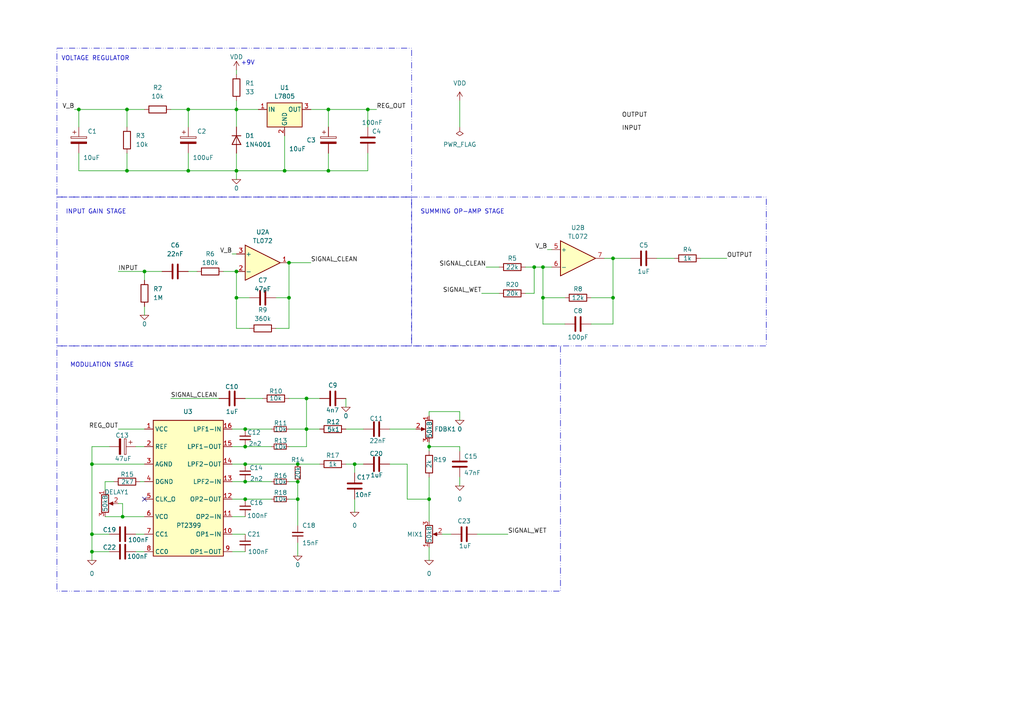
<source format=kicad_sch>
(kicad_sch (version 20230121) (generator eeschema)
  (paper "A4")
  (title_block (title "Delay guitar effect") (date "2023-11-05") (rev "1") (comment 1 "Dawid Stawiszyński") (comment 2 "Przemko Wawrzyniak"))
  (lib_symbols
    (symbol "Amplifier_Operational:TL072" (pin_names (offset 0.127))
      (property "Reference" "U" (at 0 5.08 0))
      (property "Value" "TL072" (at 0 -5.08 0))
      (symbol "TL072_1_1"
        (polyline (pts (xy -5.08 5.08) (xy 5.08 0) (xy -5.08 -5.08) (xy -5.08 5.08)) (stroke (width 0.254)) (fill (type background)))
        (pin output line (at 7.62 0 180) (length 2.54) (name "~") (number "1"))
        (pin input line (at -7.62 -2.54 0) (length 2.54) (name "-") (number "2"))
        (pin input line (at -7.62 2.54 0) (length 2.54) (name "+") (number "3"))
      )
      (symbol "TL072_2_1"
        (polyline (pts (xy -5.08 5.08) (xy 5.08 0) (xy -5.08 -5.08) (xy -5.08 5.08)) (stroke (width 0.254)) (fill (type background)))
        (pin input line (at -7.62 2.54 0) (length 2.54) (name "+") (number "5"))
        (pin input line (at -7.62 -2.54 0) (length 2.54) (name "-") (number "6"))
        (pin output line (at 7.62 0 180) (length 2.54) (name "~") (number "7"))
      )
      (symbol "TL072_3_1"
        (pin power_in line (at -2.54 -7.62 90) (length 3.81) (name "V-") (number "4"))
        (pin power_in line (at -2.54 7.62 270) (length 3.81) (name "V+") (number "8"))
      )
    )
    (symbol "Audio:PT2399"
      (property "Reference" "U3" (at 1.27 -16.51 90))
      (property "Value" "PT2399" (at -1.27 -16.51 90))
      (symbol "PT2399_0_1"
        (rectangle (start -10.16 20.32) (end 10.16 -19.05) (stroke (width 0.254)) (fill (type background)))
      )
      (symbol "PT2399_1_1"
        (pin power_in line (at -12.7 17.78 0) (length 2.54) (name "VCC") (number "1"))
        (pin input line (at 12.7 -12.7 180) (length 2.54) (name "OP1-IN") (number "10"))
        (pin input line (at 12.7 -7.62 180) (length 2.54) (name "OP2-IN") (number "11"))
        (pin output line (at 12.7 -2.54 180) (length 2.54) (name "OP2-OUT") (number "12"))
        (pin input line (at 12.7 2.54 180) (length 2.54) (name "LPF2-IN") (number "13"))
        (pin output line (at 12.7 7.62 180) (length 2.54) (name "LPF2-OUT") (number "14"))
        (pin output line (at 12.7 12.7 180) (length 2.54) (name "LPF1-OUT") (number "15"))
        (pin input line (at 12.7 17.78 180) (length 2.54) (name "LPF1-IN") (number "16"))
        (pin passive line (at -12.7 12.7 0) (length 2.54) (name "REF") (number "2"))
        (pin power_in line (at -12.7 7.62 0) (length 2.54) (name "AGND") (number "3"))
        (pin power_in line (at -12.7 2.54 0) (length 2.54) (name "DGND") (number "4"))
        (pin passive line (at -12.7 -2.54 0) (length 2.54) (name "CLK_O") (number "5"))
        (pin passive line (at -12.7 -7.62 0) (length 2.54) (name "VCO") (number "6"))
        (pin passive line (at -12.7 -12.7 0) (length 2.54) (name "CC1") (number "7"))
        (pin passive line (at -12.7 -17.78 0) (length 2.54) (name "CC0") (number "8"))
        (pin output line (at 12.7 -17.78 180) (length 2.54) (name "OP1-OUT") (number "9"))
      )
    )
    (symbol "Device:C" (pin_numbers hide) (pin_names (offset 0.254))
      (property "Reference" "C" (at 0.635 2.54 0))
      (property "Value" "C" (at 0.635 -2.54 0))
      (symbol "C_0_1"
        (polyline (pts (xy -2.032 -0.762) (xy 2.032 -0.762)) (stroke (width 0.508)))
        (polyline (pts (xy -2.032 0.762) (xy 2.032 0.762)) (stroke (width 0.508)))
      )
      (symbol "C_1_1"
        (pin passive line (at 0 3.81 270) (length 2.794) (name "~") (number "1"))
        (pin passive line (at 0 -3.81 90) (length 2.794) (name "~") (number "2"))
      )
    )
    (symbol "Device:C_Polarized" (pin_numbers hide) (pin_names (offset 0.254))
      (property "Reference" "C" (at 0.635 2.54 0))
      (property "Value" "C_Polarized" (at 0.635 -2.54 0))
      (symbol "C_Polarized_0_1"
        (rectangle (start -2.286 0.508) (end 2.286 1.016))
        (polyline (pts (xy -1.778 2.286) (xy -0.762 2.286)))
        (polyline (pts (xy -1.27 2.794) (xy -1.27 1.778)))
        (rectangle (start 2.286 -0.508) (end -2.286 -1.016) (fill (type outline)))
      )
      (symbol "C_Polarized_1_1"
        (pin passive line (at 0 3.81 270) (length 2.794) (name "~") (number "1"))
        (pin passive line (at 0 -3.81 90) (length 2.794) (name "~") (number "2"))
      )
    )
    (symbol "Device:C_Small" (pin_numbers hide) (pin_names (offset 0.254) hide)
      (property "Reference" "C" (at 0.254 1.778 0))
      (property "Value" "C_Small" (at 0.254 -2.032 0))
      (symbol "C_Small_0_1"
        (polyline (pts (xy -1.524 -0.508) (xy 1.524 -0.508)) (stroke (width 0.3302)))
        (polyline (pts (xy -1.524 0.508) (xy 1.524 0.508)) (stroke (width 0.3048)))
      )
      (symbol "C_Small_1_1"
        (pin passive line (at 0 2.54 270) (length 2.032) (name "~") (number "1"))
        (pin passive line (at 0 -2.54 90) (length 2.032) (name "~") (number "2"))
      )
    )
    (symbol "Device:R" (pin_numbers hide) (pin_names (offset 0))
      (property "Reference" "R" (at 2.032 0 90))
      (property "Value" "R" (at 0 0 90))
      (symbol "R_0_1"
        (rectangle (start -1.016 -2.54) (end 1.016 2.54) (stroke (width 0.254)))
      )
      (symbol "R_1_1"
        (pin passive line (at 0 3.81 270) (length 1.27) (name "~") (number "1"))
        (pin passive line (at 0 -3.81 90) (length 1.27) (name "~") (number "2"))
      )
    )
    (symbol "Device:R_Potentiometer" (pin_names (offset 1.016) hide)
      (property "Reference" "RV" (at -4.445 0 90))
      (property "Value" "R_Potentiometer" (at -2.54 0 90))
      (symbol "R_Potentiometer_0_1"
        (polyline (pts (xy 2.54 0) (xy 1.524 0)))
        (polyline (pts (xy 1.143 0) (xy 2.286 0.508) (xy 2.286 -0.508) (xy 1.143 0)) (fill (type outline)))
        (rectangle (start 1.016 2.54) (end -1.016 -2.54) (stroke (width 0.254)))
      )
      (symbol "R_Potentiometer_1_1"
        (pin passive line (at 0 3.81 270) (length 1.27) (name "1") (number "1"))
        (pin passive line (at 3.81 0 180) (length 1.27) (name "2") (number "2"))
        (pin passive line (at 0 -3.81 90) (length 1.27) (name "3") (number "3"))
      )
    )
    (symbol "Device:R_Small" (pin_numbers hide) (pin_names (offset 0.254) hide)
      (property "Reference" "R" (at 0.762 0.508 0))
      (property "Value" "R_Small" (at 0.762 -1.016 0))
      (symbol "R_Small_0_1"
        (rectangle (start -0.762 1.778) (end 0.762 -1.778) (stroke (width 0.2032)))
      )
      (symbol "R_Small_1_1"
        (pin passive line (at 0 2.54 270) (length 0.762) (name "~") (number "1"))
        (pin passive line (at 0 -2.54 90) (length 0.762) (name "~") (number "2"))
      )
    )
    (symbol "Diode:1N4001" (pin_numbers hide) (pin_names hide)
      (property "Reference" "D" (at 0 2.54 0))
      (property "Value" "1N4001" (at 0 -2.54 0))
      (symbol "1N4001_0_1"
        (polyline (pts (xy -1.27 1.27) (xy -1.27 -1.27)) (stroke (width 0.254)))
        (polyline (pts (xy 1.27 0) (xy -1.27 0)))
        (polyline (pts (xy 1.27 1.27) (xy 1.27 -1.27) (xy -1.27 0) (xy 1.27 1.27)) (stroke (width 0.254)))
      )
      (symbol "1N4001_1_1"
        (pin passive line (at -3.81 0 0) (length 2.54) (name "K") (number "1"))
        (pin passive line (at 3.81 0 180) (length 2.54) (name "A") (number "2"))
      )
    )
    (symbol "Regulator_Linear:L7805" (pin_names (offset 0.254))
      (property "Reference" "U" (at -3.81 3.175 0))
      (property "Value" "L7805" (at 0 3.175 0))
      (symbol "L7805_0_1"
        (rectangle (start -5.08 1.905) (end 5.08 -5.08) (stroke (width 0.254)) (fill (type background)))
      )
      (symbol "L7805_1_1"
        (pin power_in line (at -7.62 0 0) (length 2.54) (name "IN") (number "1"))
        (pin power_in line (at 0 -7.62 90) (length 2.54) (name "GND") (number "2"))
        (pin power_out line (at 7.62 0 180) (length 2.54) (name "OUT") (number "3"))
      )
    )
    (symbol "Simulation_SPICE:0" (power) (pin_names (offset 0))
      (property "Value" "0" (at 0 -1.778 0))
      (symbol "0_0_1"
        (polyline (pts (xy -1.27 0) (xy 0 -1.27) (xy 1.27 0) (xy -1.27 0)))
      )
      (symbol "0_1_1"
        (pin power_in line (at 0 0 0) (length 0) hide (name "0") (number "1"))
      )
    )
    (symbol "power:PWR_FLAG" (power) (pin_numbers hide) (pin_names (offset 0) hide)
      (property "Value" "PWR_FLAG" (at 0 3.81 0))
      (symbol "PWR_FLAG_0_0"
        (pin power_out line (at 0 0 90) (length 0) (name "pwr") (number "1"))
      )
      (symbol "PWR_FLAG_0_1"
        (polyline (pts (xy 0 0) (xy 0 1.27) (xy -1.016 1.905) (xy 0 2.54) (xy 1.016 1.905) (xy 0 1.27)))
      )
    )
    (symbol "power:VDD" (power) (pin_names (offset 0))
      (property "Value" "VDD" (at 0 3.81 0))
      (symbol "VDD_0_1"
        (polyline (pts (xy -0.762 1.27) (xy 0 2.54)))
        (polyline (pts (xy 0 0) (xy 0 2.54)))
        (polyline (pts (xy 0 2.54) (xy 0.762 1.27)))
      )
      (symbol "VDD_1_1"
        (pin power_in line (at 0 0 90) (length 0) hide (name "VDD") (number "1"))
      )
    )
  )
  (junction (at 54.61 49.53))
  (junction (at 95.25 49.53))
  (junction (at 86.36 144.78))
  (junction (at 26.67 134.62))
  (junction (at 68.58 31.75))
  (junction (at 157.48 77.47))
  (junction (at 68.58 86.36))
  (junction (at 83.82 76.2))
  (junction (at 36.83 31.75))
  (junction (at 86.36 139.7))
  (junction (at 71.12 144.78))
  (junction (at 71.12 134.62))
  (junction (at 83.82 86.36))
  (junction (at 177.8 74.93))
  (junction (at 68.58 49.53))
  (junction (at 88.9 115.57))
  (junction (at 86.36 134.62))
  (junction (at 35.56 149.86))
  (junction (at 154.94 77.47))
  (junction (at 88.9 124.46))
  (junction (at 26.67 160.02))
  (junction (at 124.46 129.54))
  (junction (at 71.12 124.46))
  (junction (at 82.55 49.53))
  (junction (at 157.48 86.36))
  (junction (at 68.58 78.74))
  (junction (at 95.25 31.75))
  (junction (at 102.87 134.62))
  (junction (at 26.67 154.94))
  (junction (at 177.8 86.36))
  (junction (at 124.46 144.78))
  (junction (at 71.12 129.54))
  (junction (at 54.61 31.75))
  (junction (at 41.91 78.74))
  (junction (at 36.83 49.53))
  (junction (at 22.86 31.75))
  (junction (at 71.12 139.7))
  (junction (at 106.68 31.75))
  (no_connect (at 41.91 144.78))
  (wire (pts (xy 92.71 124.46) (xy 88.9 124.46)))
  (wire (pts (xy 26.67 160.02) (xy 26.67 154.94)))
  (wire (pts (xy 68.58 95.25) (xy 72.39 95.25)))
  (wire (pts (xy 83.82 76.2) (xy 90.17 76.2)))
  (wire (pts (xy 177.8 86.36) (xy 177.8 74.93)))
  (wire (pts (xy 71.12 139.7) (xy 67.31 139.7)))
  (wire (pts (xy 71.12 144.78) (xy 67.31 144.78)))
  (wire (pts (xy 138.43 154.94) (xy 147.32 154.94)))
  (wire (pts (xy 171.45 86.36) (xy 177.8 86.36)))
  (wire (pts (xy 31.75 154.94) (xy 26.67 154.94)))
  (wire (pts (xy 22.86 31.75) (xy 36.83 31.75)))
  (wire (pts (xy 158.75 72.39) (xy 160.02 72.39)))
  (wire (pts (xy 203.2 74.93) (xy 210.82 74.93)))
  (wire (pts (xy 190.5 74.93) (xy 195.58 74.93)))
  (wire (pts (xy 83.82 144.78) (xy 86.36 144.78)))
  (wire (pts (xy 68.58 49.53) (xy 68.58 52.07)))
  (wire (pts (xy 88.9 124.46) (xy 88.9 115.57)))
  (wire (pts (xy 152.4 77.47) (xy 154.94 77.47)))
  (wire (pts (xy 133.35 130.81) (xy 133.35 129.54)))
  (wire (pts (xy 68.58 49.53) (xy 82.55 49.53)))
  (wire (pts (xy 124.46 129.54) (xy 124.46 130.81)))
  (wire (pts (xy 41.91 88.9) (xy 41.91 91.44)))
  (wire (pts (xy 34.29 78.74) (xy 41.91 78.74)))
  (wire (pts (xy 118.11 144.78) (xy 124.46 144.78)))
  (wire (pts (xy 54.61 44.45) (xy 54.61 49.53)))
  (wire (pts (xy 22.86 49.53) (xy 22.86 44.45)))
  (wire (pts (xy 80.01 95.25) (xy 83.82 95.25)))
  (wire (pts (xy 95.25 36.83) (xy 95.25 31.75)))
  (wire (pts (xy 124.46 128.27) (xy 124.46 129.54)))
  (wire (pts (xy 26.67 160.02) (xy 26.67 162.56)))
  (wire (pts (xy 106.68 44.45) (xy 106.68 49.53)))
  (wire (pts (xy 88.9 115.57) (xy 83.82 115.57)))
  (wire (pts (xy 22.86 31.75) (xy 22.86 36.83)))
  (wire (pts (xy 100.33 115.57) (xy 100.33 118.11)))
  (wire (pts (xy 41.91 78.74) (xy 46.99 78.74)))
  (wire (pts (xy 88.9 129.54) (xy 88.9 124.46)))
  (wire (pts (xy 78.74 124.46) (xy 71.12 124.46)))
  (wire (pts (xy 154.94 77.47) (xy 157.48 77.47)))
  (wire (pts (xy 80.01 86.36) (xy 83.82 86.36)))
  (wire (pts (xy 157.48 86.36) (xy 157.48 93.98)))
  (wire (pts (xy 88.9 124.46) (xy 83.82 124.46)))
  (wire (pts (xy 133.35 138.43) (xy 133.35 140.97)))
  (wire (pts (xy 78.74 144.78) (xy 71.12 144.78)))
  (wire (pts (xy 64.77 78.74) (xy 68.58 78.74)))
  (wire (pts (xy 100.33 134.62) (xy 102.87 134.62)))
  (wire (pts (xy 86.36 144.78) (xy 86.36 152.4)))
  (wire (pts (xy 86.36 139.7) (xy 83.82 139.7)))
  (wire (pts (xy 34.29 146.05) (xy 35.56 146.05)))
  (wire (pts (xy 36.83 49.53) (xy 54.61 49.53)))
  (wire (pts (xy 124.46 129.54) (xy 133.35 129.54)))
  (wire (pts (xy 83.82 86.36) (xy 83.82 95.25)))
  (wire (pts (xy 78.74 139.7) (xy 71.12 139.7)))
  (wire (pts (xy 41.91 129.54) (xy 39.37 129.54)))
  (wire (pts (xy 157.48 86.36) (xy 163.83 86.36)))
  (wire (pts (xy 68.58 78.74) (xy 68.58 86.36)))
  (wire (pts (xy 86.36 157.48) (xy 86.36 161.29)))
  (wire (pts (xy 102.87 134.62) (xy 105.41 134.62)))
  (wire (pts (xy 124.46 138.43) (xy 124.46 144.78)))
  (wire (pts (xy 157.48 93.98) (xy 163.83 93.98)))
  (wire (pts (xy 54.61 31.75) (xy 68.58 31.75)))
  (wire (pts (xy 54.61 36.83) (xy 54.61 31.75)))
  (wire (pts (xy 30.48 139.7) (xy 30.48 142.24)))
  (wire (pts (xy 152.4 85.09) (xy 154.94 85.09)))
  (wire (pts (xy 71.12 115.57) (xy 76.2 115.57)))
  (wire (pts (xy 124.46 158.75) (xy 124.46 162.56)))
  (wire (pts (xy 71.12 129.54) (xy 67.31 129.54)))
  (wire (pts (xy 113.03 124.46) (xy 120.65 124.46)))
  (wire (pts (xy 82.55 39.37) (xy 82.55 49.53)))
  (wire (pts (xy 41.91 149.86) (xy 35.56 149.86)))
  (wire (pts (xy 22.86 49.53) (xy 36.83 49.53)))
  (wire (pts (xy 71.12 160.02) (xy 67.31 160.02)))
  (wire (pts (xy 106.68 31.75) (xy 109.22 31.75)))
  (wire (pts (xy 49.53 115.57) (xy 63.5 115.57)))
  (wire (pts (xy 133.35 119.38) (xy 133.35 121.92)))
  (wire (pts (xy 68.58 29.21) (xy 68.58 31.75)))
  (wire (pts (xy 71.12 124.46) (xy 67.31 124.46)))
  (wire (pts (xy 128.27 154.94) (xy 130.81 154.94)))
  (wire (pts (xy 124.46 119.38) (xy 133.35 119.38)))
  (wire (pts (xy 139.7 85.09) (xy 144.78 85.09)))
  (wire (pts (xy 106.68 36.83) (xy 106.68 31.75)))
  (wire (pts (xy 68.58 31.75) (xy 68.58 36.83)))
  (wire (pts (xy 41.91 81.28) (xy 41.91 78.74)))
  (wire (pts (xy 177.8 74.93) (xy 182.88 74.93)))
  (wire (pts (xy 86.36 134.62) (xy 71.12 134.62)))
  (wire (pts (xy 54.61 49.53) (xy 68.58 49.53)))
  (wire (pts (xy 82.55 49.53) (xy 95.25 49.53)))
  (wire (pts (xy 26.67 134.62) (xy 26.67 129.54)))
  (wire (pts (xy 102.87 134.62) (xy 102.87 137.16)))
  (wire (pts (xy 36.83 31.75) (xy 36.83 36.83)))
  (wire (pts (xy 49.53 31.75) (xy 54.61 31.75)))
  (wire (pts (xy 68.58 44.45) (xy 68.58 49.53)))
  (wire (pts (xy 31.75 129.54) (xy 26.67 129.54)))
  (wire (pts (xy 124.46 144.78) (xy 124.46 151.13)))
  (wire (pts (xy 67.31 73.66) (xy 68.58 73.66)))
  (wire (pts (xy 78.74 129.54) (xy 71.12 129.54)))
  (wire (pts (xy 95.25 31.75) (xy 106.68 31.75)))
  (wire (pts (xy 71.12 154.94) (xy 67.31 154.94)))
  (wire (pts (xy 41.91 139.7) (xy 40.64 139.7)))
  (wire (pts (xy 92.71 134.62) (xy 86.36 134.62)))
  (wire (pts (xy 90.17 31.75) (xy 95.25 31.75)))
  (wire (pts (xy 118.11 134.62) (xy 118.11 144.78)))
  (wire (pts (xy 35.56 149.86) (xy 30.48 149.86)))
  (wire (pts (xy 33.02 139.7) (xy 30.48 139.7)))
  (wire (pts (xy 177.8 74.93) (xy 175.26 74.93)))
  (wire (pts (xy 105.41 124.46) (xy 100.33 124.46)))
  (wire (pts (xy 140.97 77.47) (xy 144.78 77.47)))
  (wire (pts (xy 177.8 93.98) (xy 177.8 86.36)))
  (wire (pts (xy 68.58 86.36) (xy 68.58 95.25)))
  (wire (pts (xy 171.45 93.98) (xy 177.8 93.98)))
  (wire (pts (xy 157.48 77.47) (xy 157.48 86.36)))
  (wire (pts (xy 118.11 134.62) (xy 113.03 134.62)))
  (wire (pts (xy 154.94 85.09) (xy 154.94 77.47)))
  (wire (pts (xy 68.58 20.32) (xy 68.58 21.59)))
  (wire (pts (xy 86.36 139.7) (xy 86.36 144.78)))
  (wire (pts (xy 83.82 86.36) (xy 83.82 76.2)))
  (wire (pts (xy 95.25 44.45) (xy 95.25 49.53)))
  (wire (pts (xy 102.87 144.78) (xy 102.87 148.59)))
  (wire (pts (xy 124.46 120.65) (xy 124.46 119.38)))
  (wire (pts (xy 106.68 49.53) (xy 95.25 49.53)))
  (wire (pts (xy 157.48 77.47) (xy 160.02 77.47)))
  (wire (pts (xy 71.12 149.86) (xy 67.31 149.86)))
  (wire (pts (xy 31.75 160.02) (xy 26.67 160.02)))
  (wire (pts (xy 133.35 29.21) (xy 133.35 36.83)))
  (wire (pts (xy 68.58 86.36) (xy 72.39 86.36)))
  (wire (pts (xy 36.83 44.45) (xy 36.83 49.53)))
  (wire (pts (xy 68.58 31.75) (xy 74.93 31.75)))
  (wire (pts (xy 35.56 146.05) (xy 35.56 149.86)))
  (wire (pts (xy 41.91 154.94) (xy 39.37 154.94)))
  (wire (pts (xy 83.82 129.54) (xy 88.9 129.54)))
  (wire (pts (xy 92.71 115.57) (xy 88.9 115.57)))
  (wire (pts (xy 41.91 160.02) (xy 39.37 160.02)))
  (wire (pts (xy 41.91 134.62) (xy 26.67 134.62)))
  (wire (pts (xy 26.67 134.62) (xy 26.67 154.94)))
  (wire (pts (xy 21.59 31.75) (xy 22.86 31.75)))
  (wire (pts (xy 34.29 124.46) (xy 41.91 124.46)))
  (wire (pts (xy 71.12 134.62) (xy 67.31 134.62)))
  (wire (pts (xy 36.83 31.75) (xy 41.91 31.75)))
  (wire (pts (xy 54.61 78.74) (xy 57.15 78.74)))
  (rectangle (start 16.51 100.33) (end 162.56 171.45) (stroke (width 0) (type dash_dot_dot)))
  (rectangle (start 16.51 57.15) (end 119.38 100.33) (stroke (width 0) (type dash_dot_dot)))
  (rectangle (start 16.51 13.97) (end 119.38 57.15) (stroke (width 0) (type dash_dot_dot)))
  (rectangle (start 119.38 57.15) (end 222.25 100.33) (stroke (width 0) (type dash_dot_dot)))
  (text "MODULATION STAGE" (at 20.32 106.68 0) (effects (font (size 1.27 1.27)) (justify left bottom)))
  (text "SUMMING OP-AMP STAGE" (at 121.92 62.23 0) (effects (font (size 1.27 1.27)) (justify left bottom)))
  (text "INPUT GAIN STAGE" (at 19.05 62.23 0) (effects (font (size 1.27 1.27)) (justify left bottom)))
  (text "VOLTAGE REGULATOR" (at 17.78 17.78 0) (effects (font (size 1.27 1.27)) (justify left bottom)))
  (text "+9V" (at 69.85 19.05 0) (effects (font (size 1.27 1.27)) (justify left bottom)))
  (label "REG_OUT" (at 109.22 31.75 0))
  (label "V_B" (at 158.75 72.39 180))
  (label "INPUT" (at 34.29 78.74 0))
  (label "SIGNAL_CLEAN" (at 49.53 115.57 0))
  (label "OUTPUT" (at 180.34 34.29 0))
  (label "SIGNAL_WET" (at 147.32 154.94 0))
  (label "SIGNAL_CLEAN" (at 90.17 76.2 0))
  (label "V_B" (at 21.59 31.75 180))
  (label "INPUT" (at 180.34 38.1 0))
  (label "OUTPUT" (at 210.82 74.93 0))
  (label "SIGNAL_WET" (at 139.7 85.09 180))
  (label "SIGNAL_CLEAN" (at 140.97 77.47 180))
  (label "REG_OUT" (at 34.29 124.46 180))
  (label "V_B" (at 67.31 73.66 180))
  (symbol (lib_id "Simulation_SPICE:0") (at 68.58 52.07 0) (unit 1)
    (property "Reference" "#GND01" (effects hide))
    (property "Value" "0" (at 68.58 54.61 0))
  )
  (symbol (lib_id "Device:C_Polarized") (at 95.25 40.64 0) (unit 1)
    (property "Reference" "C3" (at 88.9 40.64 0) (effects (justify left)))
    (property "Value" "10uF" (at 83.82 43.18 0) (effects (justify left)))
  )
  (symbol (lib_id "Device:C") (at 109.22 124.46 90) (unit 1)
    (property "Reference" "C11" (at 109.1595 121.3914 90))
    (property "Value" "22nF" (at 109.5529 127.8604 90))
  )
  (symbol (lib_id "Device:C") (at 133.35 134.62 0) (unit 1)
    (property "Reference" "C15" (at 136.537 132.37 0))
    (property "Value" "47nF" (at 136.9948 137.156 0))
  )
  (symbol (lib_id "Simulation_SPICE:0") (at 41.91 91.44 0) (unit 1)
    (property "Reference" "#GND02" (effects hide))
    (property "Value" "0" (at 41.91 93.98 0))
  )
  (symbol (lib_id "Device:R_Small") (at 81.28 144.78 270) (unit 1)
    (property "Reference" "R18" (at 79.4019 142.8774 90) (effects (justify left)))
    (property "Value" "10k" (at 79.5267 144.7502 90) (effects (justify left)))
  )
  (symbol (lib_id "Regulator_Linear:L7805") (at 82.55 31.75 0) (unit 1)
    (property "Reference" "U1" (at 82.55 25.4 0))
    (property "Value" "L7805" (at 82.55 27.94 0))
    (property "Datasheet" "http://www.st.com/content/ccc/resource/technical/document/datasheet/41/4f/b3/b0/12/d4/47/88/CD00000444.pdf/files/CD00000444.pdf/jcr:content/translations/en.CD00000444.pdf" (effects hide))
  )
  (symbol (lib_id "Device:R_Small") (at 81.28 139.7 270) (unit 1)
    (property "Reference" "R16" (at 79.4019 137.9665 90) (effects (justify left)))
    (property "Value" "10k" (at 79.5267 139.7561 90) (effects (justify left)))
  )
  (symbol (lib_id "Device:R") (at 45.72 31.75 90) (unit 1)
    (property "Reference" "R2" (at 45.72 25.4 90))
    (property "Value" "10k" (at 45.72 27.94 90))
  )
  (symbol (lib_id "Device:R") (at 148.59 77.47 90) (unit 1)
    (property "Reference" "R5" (at 148.59 74.93 90))
    (property "Value" "22k" (at 148.59 77.47 90))
  )
  (symbol (lib_id "Device:C") (at 35.56 160.02 270) (unit 1)
    (property "Reference" "C22" (at 31.75 158.75 90))
    (property "Value" "100nF" (at 39.8992 161.4009 90))
  )
  (symbol (lib_id "Device:R") (at 36.83 139.7 90) (unit 1)
    (property "Reference" "R15" (at 34.9304 137.5976 90) (effects (justify right)))
    (property "Value" "2k7" (at 35.1425 139.7565 90) (effects (justify right)))
  )
  (symbol (lib_id "Device:R") (at 124.46 134.62 0) (unit 1)
    (property "Reference" "R19" (at 129.54 133.35 0) (effects (justify right)))
    (property "Value" "2k" (at 124.46 133.35 90) (effects (justify right)))
  )
  (symbol (lib_id "Device:R") (at 76.2 95.25 90) (unit 1)
    (property "Reference" "R9" (at 76.2 89.8936 90))
    (property "Value" "360k" (at 76.2 92.4336 90))
  )
  (symbol (lib_id "Audio:PT2399") (at 54.61 142.24 0) (unit 1)
    (property "Reference" "U3" (at 55.88 119.38 0) (effects (justify right)))
    (property "Value" "PT2399" (at 58.42 152.4 0) (effects (justify right)))
    (property "Footprint" "Package_DIP:DIP-16_W7.62mm" (effects hide))
    (property "Datasheet" "http://www.princeton.com.tw/Portals/0/Product/PT2399_1.pdf" (effects hide))
  )
  (symbol (lib_id "Amplifier_Operational:TL072") (at 167.64 74.93 0) (unit 2)
    (property "Reference" "U2" (at 167.64 66.04 0))
    (property "Value" "TL072" (at 167.64 68.58 0))
    (property "Datasheet" "http://www.ti.com/lit/ds/symlink/tl071.pdf" (effects hide))
  )
  (symbol (lib_id "Device:C") (at 167.64 93.98 90) (unit 1)
    (property "Reference" "C8" (at 167.64 90.17 90))
    (property "Value" "100pF" (at 167.64 97.79 90))
  )
  (symbol (lib_id "Device:C_Small") (at 71.12 157.48 0) (unit 1)
    (property "Reference" "C21" (at 73.66 154.94 0))
    (property "Value" "100nF" (at 74.93 160.02 0))
  )
  (symbol (lib_id "Device:C_Small") (at 71.12 137.16 0) (unit 1)
    (property "Reference" "C14" (at 74.3217 135.6753 0))
    (property "Value" "2n2" (at 74.3842 138.859 0))
  )
  (symbol (lib_id "Diode:1N4001") (at 68.58 40.64 270) (unit 1)
    (property "Reference" "D1" (at 71.12 39.37 90) (effects (justify left)))
    (property "Value" "1N4001" (at 71.12 41.91 90) (effects (justify left)))
    (property "Footprint" "Diode_THT:D_DO-41_SOD81_P10.16mm_Horizontal" (effects hide))
    (property "Datasheet" "http://www.vishay.com/docs/88503/1n4001.pdf" (effects hide))
    (property "Sim.Device" "D" (effects hide))
    (property "Sim.Pins" "1=K 2=A" (effects hide))
  )
  (symbol (lib_id "Device:C") (at 35.56 154.94 270) (unit 1)
    (property "Reference" "C19" (at 31.75 153.67 90))
    (property "Value" "100nF" (at 40.1515 156.5779 90))
  )
  (symbol (lib_id "Device:C") (at 102.87 140.97 180) (unit 1)
    (property "Reference" "C17" (at 105.41 138.43 0))
    (property "Value" "10nF" (at 105.41 143.51 0))
  )
  (symbol (lib_id "Device:C_Small") (at 71.12 127 0) (unit 1)
    (property "Reference" "C12" (at 73.6877 125.4274 0))
    (property "Value" "2n2" (at 73.9929 128.6736 0))
  )
  (symbol (lib_id "Device:R") (at 96.52 134.62 90) (unit 1)
    (property "Reference" "R17" (at 96.52 132.08 90))
    (property "Value" "1k" (at 96.52 134.62 90))
  )
  (symbol (lib_id "Simulation_SPICE:0") (at 102.87 148.59 0) (unit 1)
    (property "Reference" "#GND07" (effects hide))
    (property "Value" "0" (at 102.87 152.4 0))
  )
  (symbol (lib_id "Amplifier_Operational:TL072") (at 76.2 76.2 0) (unit 1)
    (property "Reference" "U2" (at 76.2 67.31 0))
    (property "Value" "TL072" (at 76.2 69.85 0))
    (property "Datasheet" "http://www.ti.com/lit/ds/symlink/tl071.pdf" (effects hide))
  )
  (symbol (lib_id "Simulation_SPICE:0") (at 86.36 161.29 0) (unit 1)
    (property "Reference" "#GND08" (effects hide))
    (property "Value" "0" (at 86.36 163.83 0))
  )
  (symbol (lib_id "Device:R_Potentiometer") (at 124.46 154.94 0) (mirror x) (unit 1)
    (property "Reference" "MIX1" (at 122.7295 154.9905 0) (effects (justify right)))
    (property "Value" "50kB" (at 124.46 157.48 90) (effects (justify right)))
  )
  (symbol (lib_id "Device:R_Small") (at 81.28 124.46 270) (unit 1)
    (property "Reference" "R11" (at 79.4309 122.7084 90) (effects (justify left)))
    (property "Value" "10k" (at 79.5142 124.4841 90) (effects (justify left)))
  )
  (symbol (lib_id "Simulation_SPICE:0") (at 133.35 140.97 0) (unit 1)
    (property "Reference" "#GND06" (effects hide))
    (property "Value" "0" (at 133.35 144.78 0))
  )
  (symbol (lib_id "Device:C") (at 67.31 115.57 270) (unit 1)
    (property "Reference" "C10" (at 67.2376 112.1665 90))
    (property "Value" "1uF" (at 67.31 119.38 90))
  )
  (symbol (lib_id "Device:R_Small") (at 81.28 129.54 270) (unit 1)
    (property "Reference" "R13" (at 79.4309 127.8135 90) (effects (justify left)))
    (property "Value" "10k" (at 79.5142 129.5892 90) (effects (justify left)))
  )
  (symbol (lib_id "Simulation_SPICE:0") (at 26.67 162.56 0) (unit 1)
    (property "Reference" "#GND04" (effects hide))
    (property "Value" "0" (at 26.67 166.37 0))
  )
  (symbol (lib_id "Device:C_Polarized") (at 22.86 40.64 0) (unit 1)
    (property "Reference" "C1" (at 25.4 38.1 0) (effects (justify left)))
    (property "Value" "10uF" (at 24.13 45.72 0) (effects (justify left)))
  )
  (symbol (lib_id "Device:C_Small") (at 86.36 154.94 180) (unit 1)
    (property "Reference" "C18" (at 87.63 152.4 0) (effects (justify right)))
    (property "Value" "15nF" (at 87.63 157.48 0) (effects (justify right)))
  )
  (symbol (lib_id "Device:R") (at 167.64 86.36 90) (unit 1)
    (property "Reference" "R8" (at 167.64 83.82 90))
    (property "Value" "12k" (at 167.64 86.36 90))
  )
  (symbol (lib_id "Device:C_Polarized") (at 35.56 129.54 270) (unit 1)
    (property "Reference" "C13" (at 33.4777 126.2723 90) (effects (justify left)))
    (property "Value" "47uF" (at 33.2697 133.056 90) (effects (justify left)))
  )
  (symbol (lib_id "Device:R_Potentiometer") (at 30.48 146.05 0) (unit 1)
    (property "Reference" "DELAY1" (at 37.3859 142.7166 0) (effects (justify right)))
    (property "Value" "50kB" (at 30.48 143.51 90) (effects (justify right)))
  )
  (symbol (lib_id "power:PWR_FLAG") (at 133.35 36.83 180) (unit 1)
    (property "Reference" "#FLG01" (effects hide))
    (property "Value" "PWR_FLAG" (at 133.35 41.91 0))
  )
  (symbol (lib_id "Device:R_Potentiometer") (at 124.46 124.46 0) (mirror y) (unit 1)
    (property "Reference" "FDBK1" (at 125.9757 124.4639 0) (effects (justify right)))
    (property "Value" "50kB" (at 124.5557 122.1324 90) (effects (justify right)))
  )
  (symbol (lib_id "Simulation_SPICE:0") (at 124.46 162.56 0) (unit 1)
    (property "Reference" "#GND09" (effects hide))
    (property "Value" "0" (at 124.46 166.37 0))
  )
  (symbol (lib_id "Device:R") (at 36.83 40.64 0) (unit 1)
    (property "Reference" "R3" (at 39.37 39.37 0) (effects (justify left)))
    (property "Value" "10k" (at 39.37 41.91 0) (effects (justify left)))
  )
  (symbol (lib_id "Device:R_Small") (at 86.36 137.16 0) (unit 1)
    (property "Reference" "R14" (at 86.36 133.35 0))
    (property "Value" "20k" (at 86.36 137.16 90))
  )
  (symbol (lib_id "Device:C") (at 134.62 154.94 90) (unit 1)
    (property "Reference" "C23" (at 134.62 151.13 90))
    (property "Value" "1uF" (at 134.9183 158.3462 90))
  )
  (symbol (lib_id "Device:C") (at 109.22 134.62 90) (unit 1)
    (property "Reference" "C20" (at 109.1367 131.5643 90))
    (property "Value" "1uF" (at 109.2616 137.807 90))
  )
  (symbol (lib_id "Device:C") (at 76.2 86.36 90) (unit 1)
    (property "Reference" "C7" (at 76.2 81.28 90))
    (property "Value" "47pF" (at 76.2 83.82 90))
  )
  (symbol (lib_id "Simulation_SPICE:0") (at 133.35 121.92 0) (unit 1)
    (property "Reference" "#GND05" (effects hide))
    (property "Value" "0" (at 133.35 124.46 0))
  )
  (symbol (lib_id "Device:R") (at 68.58 25.4 0) (unit 1)
    (property "Reference" "R1" (at 71.12 24.13 0) (effects (justify left)))
    (property "Value" "33" (at 71.12 26.67 0) (effects (justify left)))
  )
  (symbol (lib_id "Device:C") (at 50.8 78.74 90) (unit 1)
    (property "Reference" "C6" (at 50.8 71.12 90))
    (property "Value" "22nF" (at 50.8 73.66 90))
  )
  (symbol (lib_id "power:VDD") (at 68.58 20.32 0) (unit 1)
    (property "Reference" "#PWR01" (effects hide))
    (property "Value" "VDD" (at 68.58 16.51 0))
  )
  (symbol (lib_id "power:VDD") (at 133.35 29.21 0) (unit 1)
    (property "Reference" "#PWR02" (effects hide))
    (property "Value" "VDD" (at 133.35 24.13 0))
  )
  (symbol (lib_id "Device:C") (at 96.52 115.57 90) (unit 1)
    (property "Reference" "C9" (at 96.52 111.76 90))
    (property "Value" "4n7" (at 96.4344 118.9565 90))
  )
  (symbol (lib_id "Device:R") (at 148.59 85.09 270) (unit 1)
    (property "Reference" "R20" (at 148.59 82.55 90))
    (property "Value" "20k" (at 148.59 85.09 90))
  )
  (symbol (lib_id "Device:R") (at 41.91 85.09 0) (unit 1)
    (property "Reference" "R7" (at 44.45 83.82 0) (effects (justify left)))
    (property "Value" "1M" (at 44.45 86.36 0) (effects (justify left)))
  )
  (symbol (lib_id "Device:C_Polarized") (at 54.61 40.64 0) (unit 1)
    (property "Reference" "C2" (at 57.15 38.1 0) (effects (justify left)))
    (property "Value" "100uF" (at 55.88 45.72 0) (effects (justify left)))
  )
  (symbol (lib_id "Device:C") (at 106.68 40.64 0) (unit 1)
    (property "Reference" "C4" (at 109.22 38.1 0))
    (property "Value" "100nF" (at 107.95 35.56 0))
  )
  (symbol (lib_id "Device:R") (at 199.39 74.93 90) (unit 1)
    (property "Reference" "R4" (at 199.39 72.39 90))
    (property "Value" "1k" (at 199.39 74.93 90))
  )
  (symbol (lib_id "Device:R") (at 60.96 78.74 90) (unit 1)
    (property "Reference" "R6" (at 60.96 73.66 90))
    (property "Value" "180k" (at 60.96 76.2 90))
  )
  (symbol (lib_id "Device:C") (at 186.69 74.93 90) (unit 1)
    (property "Reference" "C5" (at 186.69 71.12 90))
    (property "Value" "1uF" (at 186.69 78.74 90))
  )
  (symbol (lib_id "Device:R") (at 96.52 124.46 90) (unit 1)
    (property "Reference" "R12" (at 94.7017 122.3747 90) (effects (justify right)))
    (property "Value" "5k1" (at 94.889 124.5596 90) (effects (justify right)))
  )
  (symbol (lib_id "Device:R") (at 80.01 115.57 270) (unit 1)
    (property "Reference" "R10" (at 81.9666 113.4723 90) (effects (justify right)))
    (property "Value" "10k" (at 81.7659 115.5074 90) (effects (justify right)))
  )
  (symbol (lib_id "Device:C_Small") (at 71.12 147.32 0) (unit 1)
    (property "Reference" "C16" (at 74.3661 145.7906 0))
    (property "Value" "100nF" (at 74.6991 149.5778 0))
  )
  (symbol (lib_id "Simulation_SPICE:0") (at 100.33 118.11 0) (unit 1)
    (property "Reference" "#GND03" (effects hide))
    (property "Value" "0" (at 100.33 120.65 0))
  )
)
</source>
